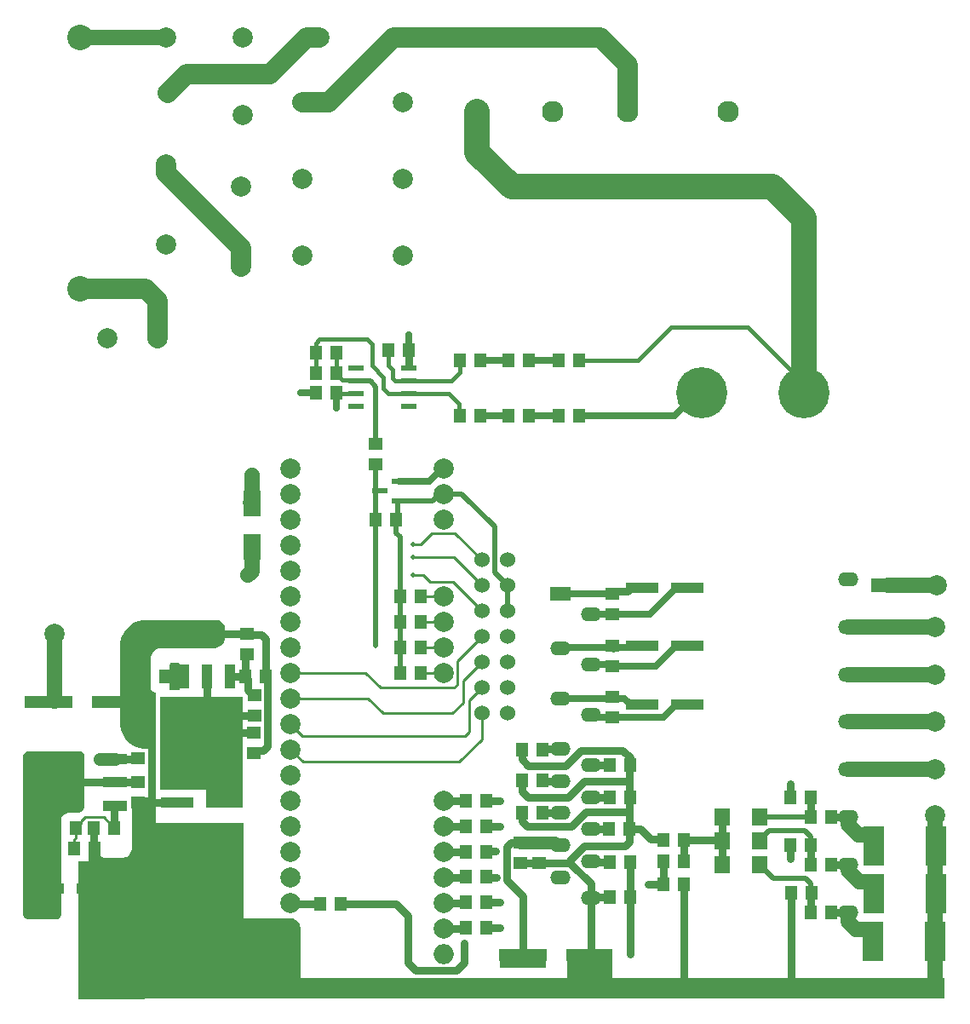
<source format=gtl>
G04*
G04 #@! TF.GenerationSoftware,Altium Limited,Altium Designer,19.0.12 (326)*
G04*
G04 Layer_Physical_Order=1*
G04 Layer_Color=255*
%FSLAX25Y25*%
%MOIN*%
G70*
G01*
G75*
%ADD13C,0.01000*%
%ADD15C,0.02000*%
%ADD46C,0.06000*%
%ADD49C,0.07874*%
%ADD55O,0.07874X0.05512*%
%ADD56R,0.07874X0.05512*%
%ADD57C,0.03000*%
%ADD58R,0.05500X0.05000*%
%ADD59R,0.05906X0.02362*%
%ADD60R,0.05000X0.05500*%
%ADD61R,0.08300X0.15700*%
%ADD62R,0.06890X0.10433*%
%ADD63R,0.18110X0.04921*%
%ADD64R,0.18504X0.04921*%
%ADD65R,0.12598X0.03937*%
%ADD66R,0.06063X0.02408*%
%ADD67R,0.05906X0.06693*%
%ADD68R,0.03937X0.09449*%
%ADD69R,0.12992X0.09449*%
%ADD70R,0.09449X0.03937*%
%ADD71R,0.09449X0.12992*%
%ADD72R,0.13780X0.05512*%
%ADD73C,0.01500*%
%ADD74C,0.02500*%
%ADD75C,0.10000*%
%ADD76C,0.08000*%
%ADD77C,0.05000*%
%ADD78R,0.26028X0.54000*%
%ADD79R,0.18400X0.03900*%
%ADD80C,0.06000*%
%ADD81C,0.08386*%
%ADD82C,0.10000*%
%ADD83C,0.20000*%
%ADD84O,0.07874X0.07874*%
%ADD85C,0.02000*%
G36*
X237021Y348366D02*
X237658Y348102D01*
X238231Y347719D01*
X238719Y347231D01*
X239102Y346658D01*
X239366Y346021D01*
X239500Y345345D01*
X239500Y345000D01*
X239500Y342000D01*
X239500Y342000D01*
X239500Y341557D01*
X239327Y340687D01*
X238988Y339868D01*
X238495Y339131D01*
X237869Y338505D01*
X237132Y338012D01*
X236313Y337673D01*
X235443Y337500D01*
X235000Y337500D01*
X214500Y337500D01*
X214500Y337500D01*
X214108Y337481D01*
X213339Y337328D01*
X212614Y337028D01*
X211962Y336592D01*
X211408Y336038D01*
X210972Y335386D01*
X210672Y334661D01*
X210519Y333892D01*
X210500Y333500D01*
Y322000D01*
Y322000D01*
X210538Y321610D01*
X210837Y320888D01*
X211388Y320337D01*
X212110Y320038D01*
X212500Y320000D01*
X212500Y269149D01*
X246800Y269000D01*
Y231804D01*
X265394D01*
X266167Y231651D01*
X266895Y231349D01*
X267550Y230911D01*
X268107Y230354D01*
X268545Y229699D01*
X268846Y228971D01*
X269000Y228198D01*
Y227804D01*
Y208601D01*
X373500D01*
Y215202D01*
X391000Y215202D01*
Y208601D01*
X521000D01*
Y200403D01*
X203200D01*
Y232000D01*
X184412D01*
X184412Y232000D01*
X183932Y232000D01*
X183045Y232367D01*
X182367Y233046D01*
X182000Y233932D01*
X182000Y234412D01*
Y245795D01*
Y246134D01*
X182260Y246761D01*
X182739Y247240D01*
X183366Y247500D01*
X183705D01*
X184152Y247544D01*
X184980Y247887D01*
X185613Y248520D01*
X185956Y249347D01*
X186000Y249795D01*
Y256500D01*
X190500Y257500D01*
X190538Y257110D01*
X190837Y256389D01*
X191389Y255837D01*
X192110Y255538D01*
X192500Y255500D01*
X199500Y255500D01*
X199843Y255517D01*
X200516Y255650D01*
X201150Y255913D01*
X201721Y256294D01*
X202206Y256779D01*
X202587Y257350D01*
X202850Y257984D01*
X202983Y258657D01*
X203000Y259000D01*
X203000Y274976D01*
X206642Y279000D01*
X209500D01*
Y282449D01*
Y298000D01*
X209500D01*
X208811Y297967D01*
X207438Y298081D01*
X206091Y298374D01*
X204793Y298840D01*
X203568Y299471D01*
X202435Y300257D01*
X201415Y301184D01*
X200524Y302236D01*
X199778Y303395D01*
X199191Y304642D01*
X198770Y305955D01*
X198525Y307312D01*
X198492Y308000D01*
X198492Y338500D01*
Y339485D01*
X198876Y341417D01*
X199630Y343237D01*
X200725Y344875D01*
X202117Y346268D01*
X203755Y347362D01*
X205575Y348116D01*
X207507Y348500D01*
X236000D01*
X236000Y348500D01*
X236345Y348500D01*
X237021Y348366D01*
D02*
G37*
G36*
X221398Y331666D02*
X221646Y331418D01*
X221779Y331095D01*
X221779Y330920D01*
X221779Y330920D01*
X221779Y321981D01*
X221780Y321786D01*
X221630Y321425D01*
X221355Y321149D01*
X220994Y321000D01*
X220799Y321000D01*
X220799D01*
X218760Y321000D01*
X218565Y321000D01*
X218205Y321149D01*
X217929Y321425D01*
X217779Y321786D01*
X217779Y321981D01*
Y321981D01*
X217880Y330920D01*
Y331095D01*
X218014Y331418D01*
X218262Y331666D01*
X218585Y331800D01*
X218760D01*
X218760Y331800D01*
X220900Y331800D01*
X221075Y331800D01*
X221398Y331666D01*
D02*
G37*
G36*
X183850Y296772D02*
X184272Y296350D01*
X184500Y295798D01*
X184500Y295500D01*
X184500Y276000D01*
X184500Y276000D01*
X184508Y275713D01*
X184412Y275146D01*
X184207Y274609D01*
X183902Y274122D01*
X183507Y273704D01*
X183039Y273371D01*
X182514Y273136D01*
X181954Y273008D01*
X181667Y273000D01*
X178000Y273000D01*
X178000Y273000D01*
X177512Y272952D01*
X176611Y272579D01*
X175921Y271889D01*
X175548Y270988D01*
X175500Y270500D01*
Y233500D01*
X175500Y233500D01*
X175500Y233102D01*
X175196Y232367D01*
X174633Y231804D01*
X173898Y231500D01*
X173500Y231500D01*
X162102D01*
X161367Y231804D01*
X160804Y232367D01*
X160500Y233102D01*
Y233500D01*
Y295000D01*
Y295398D01*
X160804Y296133D01*
X161367Y296695D01*
X162102Y297000D01*
X183000D01*
X183000Y297000D01*
X183298Y297000D01*
X183850Y296772D01*
D02*
G37*
G36*
X246395Y275100D02*
X232100Y275100D01*
Y282000D01*
X214000D01*
Y318500D01*
X246500D01*
X246395Y275100D01*
D02*
G37*
%LPC*%
G36*
X199500Y255500D02*
D01*
X199500D01*
X199500D01*
D02*
G37*
%LPD*%
D13*
X332790Y324790D02*
X340000Y332000D01*
X332790Y316290D02*
Y324790D01*
X330537Y323256D02*
Y332537D01*
X329281Y322000D02*
X330537Y323256D01*
Y332537D02*
X340000Y342000D01*
X319663Y363337D02*
X328663D01*
X317000Y366000D02*
X319663Y363337D01*
X313000Y366000D02*
X317000D01*
X320463Y382463D02*
X329537D01*
X316000Y378000D02*
X320463Y382463D01*
X313000Y378000D02*
X316000D01*
X329000Y373000D02*
X340000Y362000D01*
X313000Y373000D02*
X329000D01*
X328663Y363337D02*
X340000Y352000D01*
X329537Y382463D02*
X340000Y372000D01*
X316000Y327900D02*
X325100D01*
X316020Y337900D02*
X325100D01*
X316000Y337920D02*
X316020Y337900D01*
X316181Y347900D02*
X325100D01*
X316000Y347719D02*
X316181Y347900D01*
X316000Y357900D02*
X325100D01*
X300338Y322000D02*
X329281D01*
X294438Y327900D02*
X300338Y322000D01*
X328500Y312000D02*
X332790Y316290D01*
X301430Y312000D02*
X328500D01*
X265100Y327900D02*
X294438D01*
X295530Y317900D02*
X301430Y312000D01*
X265100Y317900D02*
X295530D01*
X335000Y304730D02*
Y317000D01*
X340000Y322000D01*
X333330Y303060D02*
X335000Y304730D01*
X269940Y303060D02*
X333330D01*
X265100Y307900D02*
X269940Y303060D01*
X331188Y293000D02*
X340000Y301812D01*
Y312000D01*
X270000Y293000D02*
X331188D01*
X265100Y297900D02*
X270000Y293000D01*
X180310Y262526D02*
X181283Y263500D01*
X180310Y259000D02*
Y262526D01*
X181283Y263500D02*
Y267000D01*
X184810Y271500D02*
X192034D01*
X183039Y269729D02*
X184810Y271500D01*
X183039Y268755D02*
Y269729D01*
X192034Y271500D02*
X196283Y267250D01*
X181283Y267000D02*
X183039Y268755D01*
D15*
X298500Y417300D02*
Y439800D01*
X296300Y442000D02*
X298500Y439800D01*
X290646Y442000D02*
X296300D01*
X307120Y388520D02*
Y395079D01*
X306500Y382500D02*
Y387900D01*
X307120Y395079D02*
X307301Y395260D01*
X306500Y387900D02*
X307120Y388520D01*
X298500Y338300D02*
Y387900D01*
Y409300D01*
X307301Y395260D02*
X307740D01*
X323511Y397900D02*
X325100D01*
X320870Y395260D02*
X323511Y397900D01*
X307740Y395260D02*
X320870D01*
X308000Y357900D02*
Y381000D01*
X306500Y382500D02*
X308000Y381000D01*
Y347719D02*
Y357900D01*
Y337920D02*
Y347719D01*
Y327900D02*
Y337920D01*
X350000Y352000D02*
Y362000D01*
X345000Y367000D02*
Y385000D01*
Y367000D02*
X350000Y362000D01*
X332100Y397900D02*
X345000Y385000D01*
X325100Y397900D02*
X332100D01*
X448900Y262000D02*
Y262594D01*
X452306Y266000D02*
X466618D01*
X448900Y262594D02*
X452306Y266000D01*
X454200Y247500D02*
X466900D01*
X448800Y252900D02*
X454200Y247500D01*
X448800Y271400D02*
X468900D01*
X466618Y266000D02*
X468900Y263718D01*
Y260500D02*
Y263718D01*
X448800Y262100D02*
X448900Y262000D01*
X466900Y247500D02*
X468900Y245500D01*
Y242000D02*
Y245500D01*
Y242000D02*
X469000Y241900D01*
D46*
X517600Y222900D02*
Y272000D01*
X517500Y208500D02*
X517600Y208600D01*
Y222900D01*
X182800Y576613D02*
X216400D01*
X483481Y345906D02*
X517600D01*
X517500Y205500D02*
Y208500D01*
X250000Y367500D02*
Y377035D01*
X248500Y366000D02*
X250000Y367500D01*
Y393965D02*
Y405000D01*
X249555Y394409D02*
X250000Y393965D01*
X492618Y264500D02*
X493400Y263718D01*
X487500Y264500D02*
X492618D01*
X483481Y268519D02*
X487500Y264500D01*
X492700Y246000D02*
X493500Y245200D01*
X487776Y246000D02*
X492700D01*
X483481Y250295D02*
X487776Y246000D01*
X486500Y227500D02*
X493200D01*
Y222900D02*
Y227500D01*
X483481Y230519D02*
X486500Y227500D01*
X483481Y230519D02*
Y233481D01*
Y250295D02*
Y251615D01*
X493500Y241500D02*
Y245200D01*
X493400Y260018D02*
Y263718D01*
X483481Y290040D02*
X483522Y290000D01*
X517600D01*
X499000Y362071D02*
X499035Y362035D01*
X517965D01*
X518000Y362000D01*
X483481Y308662D02*
X517600D01*
X483481Y327284D02*
X517600D01*
X172870Y316939D02*
Y343000D01*
D49*
X276500Y576613D02*
D03*
X246500D02*
D03*
X216400D02*
D03*
X245928Y486939D02*
D03*
X216400Y495600D02*
D03*
X245928Y518000D02*
D03*
X216400Y526661D02*
D03*
X216972Y554661D02*
D03*
X246500Y546000D02*
D03*
X309000Y551000D02*
D03*
X269630D02*
D03*
X269800Y521000D02*
D03*
X309170D02*
D03*
Y491200D02*
D03*
X269800D02*
D03*
X265100Y217900D02*
D03*
Y227900D02*
D03*
Y237900D02*
D03*
Y247900D02*
D03*
Y257900D02*
D03*
Y267900D02*
D03*
Y277900D02*
D03*
Y287900D02*
D03*
Y297900D02*
D03*
Y307900D02*
D03*
Y317900D02*
D03*
Y327900D02*
D03*
Y337900D02*
D03*
Y347900D02*
D03*
Y357900D02*
D03*
Y367900D02*
D03*
Y377900D02*
D03*
Y387900D02*
D03*
Y397900D02*
D03*
Y407900D02*
D03*
X325100D02*
D03*
Y397900D02*
D03*
Y387900D02*
D03*
Y357900D02*
D03*
Y347900D02*
D03*
Y337900D02*
D03*
Y327900D02*
D03*
Y277900D02*
D03*
Y267900D02*
D03*
Y257900D02*
D03*
Y247900D02*
D03*
Y237900D02*
D03*
Y227900D02*
D03*
X517600Y272000D02*
D03*
Y308662D02*
D03*
Y327284D02*
D03*
Y345906D02*
D03*
X518000Y362000D02*
D03*
X517600Y290000D02*
D03*
X213028Y458748D02*
D03*
X193342D02*
D03*
X172870Y343000D02*
D03*
X233500D02*
D03*
D55*
X370883Y337540D02*
D03*
X382694Y311556D02*
D03*
X370883Y317855D02*
D03*
Y247776D02*
D03*
Y298170D02*
D03*
Y285572D02*
D03*
Y272973D02*
D03*
Y260375D02*
D03*
X483481Y308662D02*
D03*
Y290040D02*
D03*
Y327284D02*
D03*
Y345906D02*
D03*
Y364528D02*
D03*
Y271418D02*
D03*
Y252796D02*
D03*
Y234174D02*
D03*
X382694Y331241D02*
D03*
Y239902D02*
D03*
Y254076D02*
D03*
Y266674D02*
D03*
Y279272D02*
D03*
Y291871D02*
D03*
Y350926D02*
D03*
D56*
X370883Y358800D02*
D03*
D57*
Y272973D02*
X370756Y273100D01*
X364170Y298170D02*
X363800Y297800D01*
X363700Y285700D02*
X363828Y285572D01*
X241638Y326500D02*
X241555Y326417D01*
X248000Y334993D02*
X247500Y334492D01*
X397950Y273500D02*
Y285500D01*
X406150Y262850D02*
X411100D01*
X396900Y265800D02*
X397150Y265550D01*
X398470D01*
X382094Y240001D02*
X382694Y240601D01*
X382094Y240001D02*
X389901D01*
X233500Y342992D02*
X248000D01*
X206000Y304000D02*
X207500Y302500D01*
X188310Y223718D02*
Y259000D01*
Y259724D02*
X189284Y258750D01*
X188284Y259750D02*
X188310Y259724D01*
X419000Y205500D02*
Y245000D01*
Y203500D02*
Y205500D01*
X517500D01*
X206528D02*
X419000D01*
X188310Y259000D02*
Y259724D01*
Y223718D02*
X206528Y205500D01*
X356100Y214000D02*
Y217392D01*
X356208Y217500D01*
X398311Y361200D02*
X402642D01*
X397011Y359900D02*
X398311Y361200D01*
X392000Y359900D02*
X397011D01*
X391000Y358900D02*
X392000Y359900D01*
X402200Y266800D02*
X406150Y262850D01*
X397900Y266800D02*
X402200D01*
X397900Y264980D02*
X398470Y265550D01*
X397900Y261730D02*
Y264980D01*
X396188Y260018D02*
X397900Y261730D01*
X380022Y260018D02*
X396188D01*
X374500Y253500D02*
X382694Y245306D01*
Y240601D02*
Y245306D01*
X265500Y237500D02*
X276900D01*
X265100Y237900D02*
X265500Y237500D01*
X202000Y294278D02*
X205278D01*
X205500Y294500D01*
X216572Y553161D02*
X217421Y554009D01*
X216400Y526661D02*
X216783D01*
X363700Y273100D02*
X370756D01*
X341800Y237980D02*
X347200D01*
X364170Y298170D02*
X370883D01*
X216000Y326417D02*
X223445D01*
X311354Y448500D02*
Y453854D01*
X311500Y454000D01*
X243542Y304600D02*
X250900D01*
X461000Y206000D02*
Y236500D01*
X398050Y240150D02*
Y253650D01*
X405000Y245000D02*
X410500D01*
X411100Y262600D02*
Y262850D01*
X395243Y297500D02*
X398000Y294743D01*
Y291871D02*
Y294743D01*
X397950Y285500D02*
Y291821D01*
Y266850D02*
Y273500D01*
X397900Y266800D02*
X397950Y266850D01*
Y291821D02*
X398000Y291871D01*
X357783Y267717D02*
X375123D01*
X355700Y269800D02*
X357783Y267717D01*
X355700Y269800D02*
Y273100D01*
Y285700D02*
X355772Y285628D01*
Y281500D02*
Y285628D01*
X355750Y294000D02*
Y297750D01*
Y294000D02*
X358250Y291500D01*
X372827D01*
X355750Y297750D02*
X355800Y297800D01*
X358000Y279272D02*
X373772D01*
X355772Y281500D02*
X358000Y279272D01*
X363828Y285572D02*
X370883D01*
X182665Y285000D02*
X196583D01*
X180165D02*
X182665D01*
X333770Y247930D02*
X333800Y247960D01*
X325130Y247930D02*
X333770D01*
X325100Y247900D02*
X325130Y247930D01*
X244900Y311000D02*
X251000D01*
X232500Y317000D02*
Y326417D01*
Y312000D02*
Y314500D01*
Y309500D02*
Y312000D01*
Y314500D02*
Y317000D01*
X356208Y217500D02*
Y240492D01*
X349850Y246850D02*
X356208Y240492D01*
X349850Y246850D02*
Y259950D01*
X351400Y261500D02*
X355100D01*
X349850Y259950D02*
X351400Y261500D01*
X341960Y258100D02*
X345600D01*
X341800Y257940D02*
X341960Y258100D01*
X341860Y247900D02*
X345700D01*
X341800Y247960D02*
X341860Y247900D01*
X314037Y211463D02*
X329963D01*
X311000Y214500D02*
X314037Y211463D01*
X311000Y214500D02*
Y232897D01*
X306397Y237500D02*
X311000Y232897D01*
X284900Y237500D02*
X306397D01*
X329963Y211463D02*
X333000Y214500D01*
Y222000D01*
X398000Y240100D02*
X398050Y240150D01*
X398000Y217900D02*
Y240100D01*
X398050Y253650D02*
X398100Y253700D01*
X410500Y245000D02*
X410653Y245153D01*
X410982Y245353D02*
Y253847D01*
X411135Y254000D01*
X419100Y263100D02*
X419600Y262600D01*
X419118Y254018D02*
X419135Y254000D01*
X419118Y254018D02*
Y262582D01*
X419100Y262600D02*
X419118Y262582D01*
X419600Y262600D02*
X433500D01*
X434000Y262100D01*
Y271400D01*
Y252900D02*
Y262100D01*
X375123Y267717D02*
X380906Y273500D01*
X397950D01*
X373772Y279272D02*
X380000Y285500D01*
X397950D01*
X372827Y291500D02*
X378827Y297500D01*
X395243D01*
X374500Y254496D02*
X380022Y260018D01*
X374500Y253500D02*
Y254496D01*
X382694Y291871D02*
X390000D01*
X382694Y279272D02*
X390000D01*
X389837Y266737D02*
X389900Y266800D01*
X382757Y266737D02*
X389837D01*
X382694Y266674D02*
X382757Y266737D01*
X389912Y253888D02*
X390100Y253700D01*
X382882Y253888D02*
X389912D01*
X382694Y254076D02*
X382882Y253888D01*
X389901Y240001D02*
X390000Y240100D01*
X382192Y217500D02*
X382694Y218002D01*
Y239902D01*
X362600Y253500D02*
X374500D01*
X355100D02*
X362600D01*
X333750Y227950D02*
X333800Y228000D01*
X325150Y227950D02*
X333750D01*
X325100Y227900D02*
X325150Y227950D01*
X333760Y237940D02*
X333800Y237980D01*
X325140Y237940D02*
X333760D01*
X325100Y237900D02*
X325140Y237940D01*
X333780Y257920D02*
X333800Y257940D01*
X325120Y257920D02*
X333780D01*
X325100Y257900D02*
X325120Y257920D01*
X325100Y267900D02*
X333800D01*
X325100Y277900D02*
X333800D01*
X341800Y228000D02*
X347200D01*
X341800Y267900D02*
X347200D01*
X341800Y277900D02*
X347200D01*
X461000Y236500D02*
Y241900D01*
X460900Y255100D02*
Y260500D01*
Y279100D02*
Y284500D01*
X468900Y234100D02*
Y241800D01*
X469000Y241900D01*
X468900Y252700D02*
Y260500D01*
Y271400D02*
Y279100D01*
X476900Y234100D02*
X476937Y234137D01*
X483444D01*
X483481Y234174D01*
X476900Y271400D02*
X476909Y271409D01*
X483472D01*
X483481Y271418D01*
X476900Y252700D02*
X476948Y252748D01*
X483433D01*
X483481Y252796D01*
X518000Y362000D02*
Y364200D01*
X517800Y260018D02*
Y271000D01*
X254600Y297600D02*
X256250Y299250D01*
X251900Y297600D02*
X254600D01*
X250900Y296600D02*
X251900Y297600D01*
X391586Y337400D02*
X391621Y337435D01*
X256250Y299250D02*
Y325750D01*
X255500Y326500D02*
X256250Y325750D01*
X208900Y277100D02*
X220642D01*
X196528Y294000D02*
X196583Y294055D01*
X196805Y294278D01*
X202000D01*
X196583Y285000D02*
X205500D01*
X253743Y342750D02*
X255500Y340992D01*
X248243Y342750D02*
X253743D01*
X248000Y342992D02*
X248243Y342750D01*
X255500Y326500D02*
Y340992D01*
X247500Y326500D02*
Y334492D01*
X241638Y326500D02*
X247500D01*
X250750Y319000D02*
X251000D01*
X248500Y321250D02*
X250750Y319000D01*
X248500Y321250D02*
Y325500D01*
X247500Y326500D02*
X248500Y325500D01*
X233500Y342992D02*
Y343000D01*
X216000Y326390D02*
Y326417D01*
X206000Y255000D02*
Y275500D01*
X203000Y252000D02*
X206000Y255000D01*
X205087Y316400D02*
X206000Y315487D01*
Y304000D02*
Y315487D01*
X189284Y254000D02*
Y258750D01*
X188284Y259750D02*
Y267000D01*
X189284Y254000D02*
X191284Y252000D01*
X196283Y267250D02*
Y275646D01*
Y267000D02*
Y267250D01*
Y275646D02*
X196583Y275945D01*
X191284Y252000D02*
X203000D01*
X198492Y316400D02*
X205087D01*
X370724Y358318D02*
X370741Y358335D01*
D58*
X298500Y417300D02*
D03*
Y409300D02*
D03*
X248000Y334993D02*
D03*
Y342992D02*
D03*
X250900Y304600D02*
D03*
Y296600D02*
D03*
X391000Y350900D02*
D03*
Y358900D02*
D03*
X391100Y310500D02*
D03*
Y318500D02*
D03*
X391000Y330400D02*
D03*
Y338400D02*
D03*
X205500Y294500D02*
D03*
Y302500D02*
D03*
Y285000D02*
D03*
Y277000D02*
D03*
X251000Y319000D02*
D03*
Y311000D02*
D03*
X362600Y253500D02*
D03*
Y261500D02*
D03*
X355100Y253500D02*
D03*
Y261500D02*
D03*
D59*
X307740Y395260D02*
D03*
Y402740D02*
D03*
X300260Y399000D02*
D03*
D60*
X298500Y387900D02*
D03*
X306500D02*
D03*
X308000Y327900D02*
D03*
X316000D02*
D03*
X308000Y337920D02*
D03*
X316000D02*
D03*
X308000Y347719D02*
D03*
X316000D02*
D03*
X308000Y357900D02*
D03*
X316000D02*
D03*
X284900Y237500D02*
D03*
X276900D02*
D03*
X341800Y228000D02*
D03*
X333800D02*
D03*
X341800Y237980D02*
D03*
X333800D02*
D03*
X341800Y247960D02*
D03*
X333800D02*
D03*
X341800Y257940D02*
D03*
X333800D02*
D03*
X341800Y267900D02*
D03*
X333800D02*
D03*
X341800Y277900D02*
D03*
X333800D02*
D03*
X355700Y273100D02*
D03*
X363700D02*
D03*
X355700Y285700D02*
D03*
X363700D02*
D03*
X355800Y297800D02*
D03*
X363800D02*
D03*
X398000Y240100D02*
D03*
X390000D02*
D03*
X398100Y253700D02*
D03*
X390100D02*
D03*
X397900Y266800D02*
D03*
X389900D02*
D03*
X398000Y279272D02*
D03*
X390000D02*
D03*
X398000Y291871D02*
D03*
X390000D02*
D03*
X411000Y245000D02*
D03*
X419000D02*
D03*
X411135Y254000D02*
D03*
X419135D02*
D03*
X419100Y262600D02*
D03*
X411100D02*
D03*
X378000Y450000D02*
D03*
X370000D02*
D03*
X358500D02*
D03*
X350500D02*
D03*
X378000Y428500D02*
D03*
X370000D02*
D03*
X358500D02*
D03*
X350500D02*
D03*
X339500D02*
D03*
X331500D02*
D03*
X339500Y450000D02*
D03*
X331500D02*
D03*
X283000Y437500D02*
D03*
X275000D02*
D03*
Y445000D02*
D03*
X283000D02*
D03*
X275000Y453000D02*
D03*
X283000D02*
D03*
X468900Y260500D02*
D03*
X460900D02*
D03*
X468900Y279100D02*
D03*
X460900D02*
D03*
X468900Y271400D02*
D03*
X476900D02*
D03*
X468900Y252700D02*
D03*
X476900D02*
D03*
X469000Y241900D02*
D03*
X461000D02*
D03*
X468900Y234100D02*
D03*
X476900D02*
D03*
X216000Y326390D02*
D03*
X208000D02*
D03*
X173284Y267000D02*
D03*
X181283D02*
D03*
X180310Y259000D02*
D03*
X188310D02*
D03*
X196283Y267000D02*
D03*
X188284D02*
D03*
X255500Y326500D02*
D03*
X247500D02*
D03*
X303500Y454000D02*
D03*
X311500D02*
D03*
D61*
X517900Y241500D02*
D03*
X493500D02*
D03*
X517800Y260018D02*
D03*
X493400D02*
D03*
X517600Y222900D02*
D03*
X493200D02*
D03*
D62*
X250000Y377035D02*
D03*
Y393965D02*
D03*
D63*
X382192Y217500D02*
D03*
X196492Y316400D02*
D03*
D64*
X356208Y217500D02*
D03*
X170508Y316400D02*
D03*
D65*
X402642Y361200D02*
D03*
X420358D02*
D03*
X402742Y338300D02*
D03*
X420458D02*
D03*
X402642Y315300D02*
D03*
X420358D02*
D03*
X187858Y243500D02*
D03*
X170142D02*
D03*
X238358Y277100D02*
D03*
X220642D02*
D03*
D66*
X290646Y432000D02*
D03*
Y437000D02*
D03*
Y442000D02*
D03*
Y447000D02*
D03*
X311354Y447000D02*
D03*
Y442000D02*
D03*
Y437000D02*
D03*
Y432000D02*
D03*
D67*
X434000Y262100D02*
D03*
X448800D02*
D03*
X434000Y252900D02*
D03*
X448800D02*
D03*
X434000Y271400D02*
D03*
X448800D02*
D03*
D68*
X241555Y326417D02*
D03*
X232500D02*
D03*
X223445D02*
D03*
D69*
X232500Y303583D02*
D03*
D70*
X196583Y275945D02*
D03*
Y285000D02*
D03*
Y294055D02*
D03*
D71*
X173748Y285000D02*
D03*
D72*
X499000Y345929D02*
D03*
Y362071D02*
D03*
D73*
X331000Y428500D02*
Y433000D01*
X297000Y448000D02*
Y456500D01*
X295200Y458300D02*
X297000Y456500D01*
X276400Y458300D02*
X295200D01*
X275000Y456900D02*
X276400Y458300D01*
X275000Y453000D02*
Y456900D01*
X466000Y437500D02*
Y441000D01*
X444000Y463000D02*
X466000Y441000D01*
X414000Y463000D02*
X444000D01*
X401000Y450000D02*
X414000Y463000D01*
X378000Y450000D02*
X401000D01*
X306000Y442000D02*
X311354D01*
X305000Y443000D02*
X306000Y442000D01*
X305000Y443000D02*
Y446500D01*
X303500Y448000D02*
X305000Y446500D01*
X303500Y448000D02*
Y454000D01*
X301500Y439000D02*
X303500Y437000D01*
X311354D01*
X301500Y439000D02*
Y443500D01*
X297000Y448000D02*
X301500Y443500D01*
X283000Y445000D02*
Y453000D01*
Y444750D02*
Y445000D01*
Y444750D02*
X285364Y442386D01*
X290260D01*
X290646Y442000D01*
X283500Y437000D02*
X290646D01*
X283000Y437500D02*
X283500Y437000D01*
X275000Y445000D02*
Y453000D01*
X327000Y437000D02*
X331000Y433000D01*
X331500Y445500D02*
Y450000D01*
X328000Y442000D02*
X331500Y445500D01*
X311354Y437000D02*
X327000D01*
X311354Y442000D02*
X328000D01*
D74*
X324549Y407900D02*
X325100D01*
X319389Y402740D02*
X324549Y407900D01*
X307740Y402740D02*
X319389D01*
X370933Y358750D02*
X391000D01*
X311500Y454000D02*
Y460000D01*
X269000Y437500D02*
X275000D01*
X391100Y310500D02*
X411228D01*
X416028Y315300D01*
X420358D01*
X391222Y330400D02*
X408228D01*
X416128Y338300D01*
X420458D01*
X391000Y350900D02*
X405728D01*
X416028Y361200D01*
X420358D01*
X382694Y311556D02*
X383750Y310500D01*
X391100D01*
X370883Y317855D02*
X395756D01*
X398311Y315300D02*
X402642D01*
X395756Y317855D02*
X398311Y315300D01*
X390381Y331241D02*
X391222Y330400D01*
X382694Y331241D02*
X390381D01*
X371263Y337920D02*
X402362D01*
X402742Y338300D01*
X370883Y337540D02*
X371263Y337920D01*
X390407Y350900D02*
X391000D01*
X390381Y350926D02*
X390407Y350900D01*
X382694Y350926D02*
X390381D01*
X370883Y358800D02*
X370933Y358750D01*
X424555Y437500D02*
X426000D01*
X415555Y428500D02*
X424555Y437500D01*
X378000Y428500D02*
X415555D01*
X358500D02*
X370000D01*
X339500D02*
X350500D01*
X358500Y450000D02*
X370000D01*
X339500D02*
X350500D01*
X283000Y431500D02*
Y437500D01*
D75*
X466000Y441000D02*
Y505700D01*
X453700Y518000D02*
X466000Y505700D01*
X351800Y518000D02*
X453700D01*
X338188Y531612D02*
X351800Y518000D01*
X338188Y531612D02*
Y547400D01*
D76*
X397243D02*
Y565757D01*
X386387Y576613D02*
X397243Y565757D01*
X305613Y576613D02*
X386387D01*
X280000Y551000D02*
X305613Y576613D01*
X269630Y551000D02*
X280000D01*
X257000Y562000D02*
X271613Y576613D01*
X224311Y562000D02*
X257000D01*
X216972Y554661D02*
X224311Y562000D01*
X271613Y576613D02*
X276500D01*
X245928Y486939D02*
Y494072D01*
X216400Y523600D02*
X245928Y494072D01*
X216400Y523600D02*
Y526661D01*
X208341Y478187D02*
X213028Y473501D01*
Y458748D02*
Y473501D01*
X182800Y478187D02*
X208341D01*
D77*
X190500Y294000D02*
X196528D01*
X362600Y261500D02*
X368438D01*
X355100D02*
X362600D01*
X369563Y260375D02*
X370883D01*
X368438Y261500D02*
X369563Y260375D01*
D78*
X195014Y227000D02*
D03*
D79*
X356200Y214450D02*
D03*
D80*
X340000Y372000D02*
D03*
X350000D02*
D03*
X340000Y362000D02*
D03*
X350000D02*
D03*
X340000Y352000D02*
D03*
X350000D02*
D03*
X340000Y342000D02*
D03*
X350000D02*
D03*
X340000Y332000D02*
D03*
X350000D02*
D03*
X340000Y322000D02*
D03*
X350000D02*
D03*
X340000Y312000D02*
D03*
X350000D02*
D03*
X250000Y405000D02*
D03*
X248500Y366000D02*
D03*
D81*
X338188Y547400D02*
D03*
X367715D02*
D03*
X397243D02*
D03*
X436613D02*
D03*
D82*
X182800Y576613D02*
D03*
Y478187D02*
D03*
D83*
X426000Y437500D02*
D03*
X466000D02*
D03*
D84*
X325100Y217900D02*
D03*
D85*
X298500Y338300D02*
D03*
X313000Y366000D02*
D03*
Y373000D02*
D03*
Y378000D02*
D03*
X347200Y237980D02*
D03*
X311500Y460000D02*
D03*
X269000Y437500D02*
D03*
X405000Y245000D02*
D03*
X172500Y248600D02*
D03*
X170000D02*
D03*
X172500Y237600D02*
D03*
X170000D02*
D03*
X283000Y431500D02*
D03*
X345600Y258100D02*
D03*
X345700Y247900D02*
D03*
X358700Y214000D02*
D03*
X361200D02*
D03*
X363700D02*
D03*
X356100D02*
D03*
X353600D02*
D03*
X351100D02*
D03*
X348600D02*
D03*
X333000Y222000D02*
D03*
X398000Y217900D02*
D03*
X347200Y228000D02*
D03*
Y267900D02*
D03*
Y277900D02*
D03*
X461000Y236500D02*
D03*
X460900Y255100D02*
D03*
Y284500D02*
D03*
X220200Y330119D02*
D03*
Y327619D02*
D03*
Y325119D02*
D03*
Y322619D02*
D03*
X190600Y295300D02*
D03*
Y292800D02*
D03*
X202000Y294278D02*
D03*
X182665Y285000D02*
D03*
X244900Y307000D02*
D03*
X232500Y317000D02*
D03*
Y314500D02*
D03*
Y312000D02*
D03*
X165165Y285000D02*
D03*
X170331Y280000D02*
D03*
Y282500D02*
D03*
Y285000D02*
D03*
Y287500D02*
D03*
Y290000D02*
D03*
X172831D02*
D03*
Y287500D02*
D03*
Y285000D02*
D03*
Y282500D02*
D03*
Y280000D02*
D03*
X175331Y290000D02*
D03*
Y287500D02*
D03*
Y285000D02*
D03*
Y282500D02*
D03*
Y280000D02*
D03*
X177831Y290000D02*
D03*
Y287500D02*
D03*
Y285000D02*
D03*
Y282500D02*
D03*
Y280000D02*
D03*
X167665Y277500D02*
D03*
X170165D02*
D03*
X172665D02*
D03*
X175165D02*
D03*
X177665D02*
D03*
X167665Y290000D02*
D03*
Y287500D02*
D03*
Y285000D02*
D03*
Y282500D02*
D03*
Y280000D02*
D03*
X165165Y287500D02*
D03*
Y282500D02*
D03*
Y280000D02*
D03*
Y277500D02*
D03*
Y290000D02*
D03*
X167665Y295000D02*
D03*
X177665Y292500D02*
D03*
X175165D02*
D03*
X172665D02*
D03*
X170165D02*
D03*
X167665D02*
D03*
X177665Y295000D02*
D03*
X175165D02*
D03*
X172665D02*
D03*
X170165D02*
D03*
X165165Y292500D02*
D03*
Y295000D02*
D03*
X167665Y275000D02*
D03*
X170165D02*
D03*
X172665D02*
D03*
X175165D02*
D03*
X177665D02*
D03*
X165165D02*
D03*
X180165D02*
D03*
X182665D02*
D03*
X180165Y280000D02*
D03*
Y282500D02*
D03*
Y285000D02*
D03*
Y287500D02*
D03*
Y290000D02*
D03*
X182665Y277500D02*
D03*
X180165D02*
D03*
X182665Y290000D02*
D03*
Y287500D02*
D03*
Y282500D02*
D03*
Y280000D02*
D03*
X180165Y295000D02*
D03*
X182665Y292500D02*
D03*
X180165D02*
D03*
X182665Y295000D02*
D03*
X242500Y294500D02*
D03*
X245000D02*
D03*
Y292000D02*
D03*
X242500D02*
D03*
X240000Y297000D02*
D03*
Y294500D02*
D03*
Y292000D02*
D03*
X245000Y297000D02*
D03*
X242500D02*
D03*
X227500Y294500D02*
D03*
X230000D02*
D03*
X232500D02*
D03*
X235000D02*
D03*
X237500D02*
D03*
Y292000D02*
D03*
X235000D02*
D03*
X232500D02*
D03*
X230000D02*
D03*
X227500D02*
D03*
X225000Y297000D02*
D03*
Y294500D02*
D03*
Y292000D02*
D03*
X237500Y297000D02*
D03*
X235000D02*
D03*
X232500D02*
D03*
X230000D02*
D03*
X227500D02*
D03*
X215000Y294500D02*
D03*
X217500D02*
D03*
X220000D02*
D03*
X222500D02*
D03*
Y292000D02*
D03*
X220000D02*
D03*
X217500D02*
D03*
X215000D02*
D03*
X222500Y297000D02*
D03*
X220000D02*
D03*
X217500D02*
D03*
X215000D02*
D03*
X220000Y314500D02*
D03*
X217500D02*
D03*
X215000D02*
D03*
Y317000D02*
D03*
X217500D02*
D03*
X220000D02*
D03*
X222500Y312000D02*
D03*
Y314500D02*
D03*
Y317000D02*
D03*
X215000Y312000D02*
D03*
X217500D02*
D03*
X220000D02*
D03*
Y302000D02*
D03*
X217500D02*
D03*
X215000D02*
D03*
Y304500D02*
D03*
X217500D02*
D03*
X220000D02*
D03*
X215000Y307000D02*
D03*
X217500D02*
D03*
X220000D02*
D03*
X215000Y309500D02*
D03*
X217500D02*
D03*
X220000D02*
D03*
X222500Y299500D02*
D03*
Y302000D02*
D03*
Y304500D02*
D03*
Y307000D02*
D03*
Y309500D02*
D03*
X215000Y299500D02*
D03*
X217500D02*
D03*
X220000D02*
D03*
X245000Y317000D02*
D03*
X242500D02*
D03*
X245000Y314500D02*
D03*
X242500D02*
D03*
X245000Y312000D02*
D03*
X242500D02*
D03*
X240000Y317000D02*
D03*
Y314500D02*
D03*
Y312000D02*
D03*
X242500Y307000D02*
D03*
X245000Y304500D02*
D03*
X242500D02*
D03*
X245000Y302000D02*
D03*
X242500D02*
D03*
X245000Y299500D02*
D03*
X242500D02*
D03*
X240000Y309500D02*
D03*
Y307000D02*
D03*
Y304500D02*
D03*
Y302000D02*
D03*
Y299500D02*
D03*
X245000Y309500D02*
D03*
X242500D02*
D03*
X235000Y314500D02*
D03*
X230000D02*
D03*
X227500D02*
D03*
X225000D02*
D03*
Y317000D02*
D03*
X227500D02*
D03*
X230000D02*
D03*
X235000D02*
D03*
X237500Y312000D02*
D03*
Y314500D02*
D03*
Y317000D02*
D03*
X225000Y312000D02*
D03*
X227500D02*
D03*
X230000D02*
D03*
X235000D02*
D03*
X227500Y309500D02*
D03*
X230000D02*
D03*
X232500D02*
D03*
X235000D02*
D03*
X237500D02*
D03*
X225000Y299500D02*
D03*
Y302000D02*
D03*
Y304500D02*
D03*
Y307000D02*
D03*
Y309500D02*
D03*
X227500Y299500D02*
D03*
X230000D02*
D03*
X232500D02*
D03*
X235000D02*
D03*
X237500D02*
D03*
X227500Y302000D02*
D03*
X230000D02*
D03*
X232500D02*
D03*
X235000D02*
D03*
X237500D02*
D03*
X227500Y304500D02*
D03*
X230000D02*
D03*
X232500D02*
D03*
X235000D02*
D03*
X237500D02*
D03*
Y307000D02*
D03*
X235000D02*
D03*
X232500D02*
D03*
X230000D02*
D03*
X227500D02*
D03*
M02*

</source>
